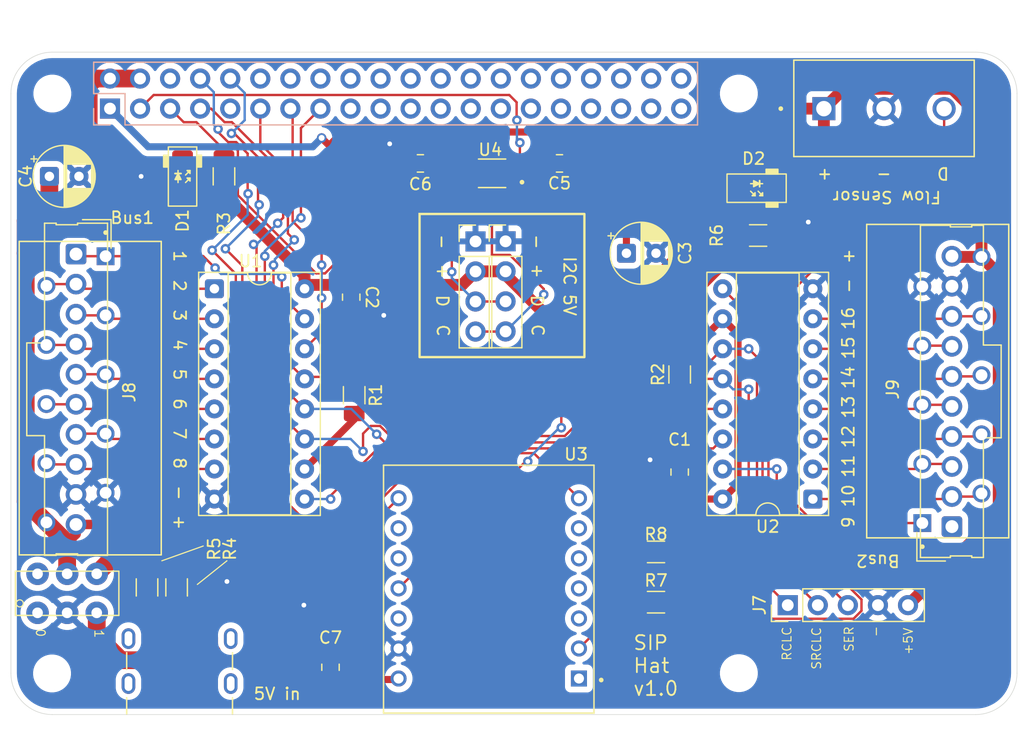
<source format=kicad_pcb>
(kicad_pcb (version 20241229) (generator "pcbnew") (generator_version "9.0")
  (layers (0 "F.Cu" signal) (2 "B.Cu" signal) (13 "F.Paste" user) (15 "B.Paste" user) (5 "F.SilkS" user "F.Silkscreen") (7 "B.SilkS" user "B.Silkscreen") (1 "F.Mask" user) (3 "B.Mask" user) (25 "Edge.Cuts" user))
  (net 0 "")
  (net 1 "+5VA")
  (net 2 "GND")
  (net 3 "+3.3VA")
  (net 32 "Net-(J2-Pin_7)")
  (net 33 "Net-(J2-Pin_2)")
  (net 34 "Net-(J2-Pin_6)")
  (net 35 "Net-(J2-Pin_3)")
  (net 36 "Net-(J2-Pin_5)")
  (net 37 "Net-(J2-Pin_8)")
  (net 38 "Net-(J2-Pin_4)")
  (net 39 "Net-(J2-Pin_1)")
  (net 40 "Net-(J3-Pin_2)")
  (net 41 "Net-(J3-Pin_3)")
  (net 42 "Net-(J3-Pin_6)")
  (net 43 "Net-(J3-Pin_5)")
  (net 44 "Net-(J3-Pin_4)")
  (net 45 "Net-(J3-Pin_1)")
  (net 46 "Net-(J3-Pin_7)")
  (net 47 "Net-(J3-Pin_8)")
  (net 50 "Net-(J1-GPIO3)")
  (net 51 "Net-(J1-GPIO2)")
  (net 52 "Net-(J1-Pin_11)")
  (net 53 "Net-(J1-Pin_13)")
  (net 54 "Net-(J1-Pin_15)")
  (net 55 "Net-(J1-Pin_7)")
  (net 56 "Net-(D1-A)")
  (net 57 "Net-(D2-A)")
  (net 58 "Net-(J4-Pin_3)")
  (net 63 "Net-(5v_in1-GND_A)")
  (net 66 "Net-(5v_in1-CC2)")
  (net 67 "Net-(5v_in1-VBUS_A)")
  (net 68 "Net-(5v_in1-CC1)")
  (net 69 "Net-(J4-Pin_4)")
  (net 70 "Net-(J6-Pin_3)")
  (net 71 "Net-(U2-~{OE})")
  (net 72 "Net-(U3-D10)")
  (net 73 "Net-(U1-QH')")
  (net 78 "Net-(J7-Pin_3)")
  (net 84 "Net-(J1-Pin_8)")
  (net 85 "Net-(J1-Pin_10)")
  (net 86 "Net-(U3-D1)")
  (footprint "Connector_PinHeader_2.54mm:PinHeader_2x20_P2.54mm_Vertical" (layer "F.Cu") (at 104.37 79.77 90)
    (property "Reference" "J1" (hide yes))
    (property "Value" "Raspberry Pi Header")
  )
  (footprint "Resistor_SMD:R_1206_3216Metric_Pad1.30x1.75mm_HandSolder" (layer "F.Cu") (at 150.5 117.25 180)
    (property "Reference" "R8")
    (property "Value" "3.3k")
  )
  (footprint "MountingHole:MountingHole_2.7mm_M2.5_ISO14580" (layer "F.Cu") (at 157.5 127.5)
    (property "Reference" "H3" (hide yes))
    (property "Value" "MountingHole" (hide yes))
  )
  (footprint "PCM_LED_SMD_Handsoldering_AKL:LED_1206_3216Metric_Pad1.42x1.75mm" (layer "F.Cu") (at 159 86.5 180)
    (property "Reference" "D2")
    (property "Value" "LED" (hide yes))
  )
  (footprint "Ians_Parts:AMPHENOL_10164359-00011LF" (layer "F.Cu") (at 110.25 127.53)
    (property "Reference" "5v_in1" (hide yes))
    (property "Value" "10164359-00011LF")
  )
  (footprint "Ians_Parts:MODULE_113991054" (layer "F.Cu") (at 136.37 120.3965 180)
    (property "Reference" "U3")
    (property "Value" "113991054")
  )
  (footprint "Package_DIP:DIP-16_W7.62mm_Socket" (layer "F.Cu") (at 163.75 112.78 180)
    (property "Reference" "U2")
    (property "Value" "74HC595")
  )
  (footprint "MountingHole:MountingHole_2.7mm_M2.5_ISO14580" (layer "F.Cu") (at 99.474874 127.525126)
    (property "Reference" "H4" (hide yes))
    (property "Value" "MountingHole" (hide yes))
  )
  (footprint "Resistor_SMD:R_1206_3216Metric_Pad1.30x1.75mm_HandSolder" (layer "F.Cu") (at 159.127 90.5)
    (property "Reference" "R6")
    (property "Value" "470")
  )
  (footprint "Ians_Parts:PHOENIX_1990083" (layer "F.Cu") (at 168.3 89.56 -90)
    (property "Reference" "J3" (hide yes))
    (property "Value" "Relay terminal 2")
  )
  (footprint "Capacitor_THT:CP_Radial_D5.0mm_P2.50mm" (layer "F.Cu") (at 99.25 85.5)
    (property "Reference" "C4")
    (property "Value" "10µF")
  )
  (footprint "Package_DIP:DIP-16_W7.62mm_Socket" (layer "F.Cu") (at 113.19 95)
    (property "Reference" "U1")
    (property "Value" "74HC595")
  )
  (footprint "Resistor_SMD:R_1206_3216Metric_Pad1.30x1.75mm_HandSolder" (layer "F.Cu") (at 125 104 -90)
    (property "Reference" "R1")
    (property "Value" "10k")
  )
  (footprint "Resistor_SMD:R_1206_3216Metric_Pad1.30x1.75mm_HandSolder" (layer "F.Cu") (at 152.5 102.25 90)
    (property "Reference" "R2")
    (property "Value" "10k")
  )
  (footprint "Resistor_SMD:R_1206_3216Metric_Pad1.30x1.75mm_HandSolder" (layer "F.Cu") (at 107.5 120.25 -90)
    (property "Reference" "R4")
    (property "Value" "5.1k")
  )
  (footprint "Connector_PinHeader_2.54mm:PinHeader_1x05_P2.54mm_Vertical" (layer "F.Cu") (at 161.63 121.75 90)
    (property "Reference" "J7")
    (property "Value" "Relay Header")
  )
  (footprint "Connector_Molex:Molex_SL_171971-0010_1x10_P2.54mm_Vertical" (layer "F.Cu") (at 175.5 115.11 90)
    (property "Reference" "J9")
    (property "Value" "Expansion")
  )
  (footprint "Capacitor_THT:CP_Radial_D5.0mm_P2.50mm" (layer "F.Cu") (at 148 92)
    (property "Reference" "C3")
    (property "Value" "10µF")
  )
  (footprint "MountingHole:MountingHole_2.7mm_M2.5_ISO14580" (layer "F.Cu") (at 99.5 78.5)
    (property "Reference" "H1" (hide yes))
    (property "Value" "MountingHole" (hide yes))
  )
  (footprint "Ians_Parts:DPDT Slide switch - CL-SB-22C-02" (layer "F.Cu") (at 98.25 119.1)
    (property "Reference" "SW1" (hide yes))
    (property "Value" "SW_Slide_DPDT")
  )
  (footprint "Capacitor_SMD:C_0805_2012Metric_Pad1.18x1.45mm_HandSolder" (layer "F.Cu") (at 142.345157 84.404749 180)
    (property "Reference" "C5")
    (property "Value" "0.1µF")
  )
  (footprint "Capacitor_SMD:C_0805_2012Metric_Pad1.18x1.45mm_HandSolder" (layer "F.Cu") (at 124.75 95.7125 90)
    (property "Reference" "C2")
    (property "Value" "0.1µF")
  )
  (footprint "Capacitor_SMD:C_0805_2012Metric_Pad1.18x1.45mm_HandSolder" (layer "F.Cu") (at 123 127 -90)
    (property "Reference" "C7")
    (property "Value" "0.1µF")
  )
  (footprint "Resistor_SMD:R_1206_3216Metric_Pad1.30x1.75mm_HandSolder" (layer "F.Cu") (at 150.5 121.5)
    (property "Reference" "R7")
    (property "Value" "2k")
  )
  (footprint "PCM_LED_SMD_Handsoldering_AKL:LED_1206_3216Metric_Pad1.42x1.75mm" (layer "F.Cu") (at 110.5 85.5125 -90)
    (property "Reference" "D1")
    (property "Value" "LED" (hide yes))
  )
  (footprint "Capacitor_SMD:C_0805_2012Metric_Pad1.18x1.45mm_HandSolder" (layer "F.Cu") (at 152.5 110.5 -90)
    (property "Reference" "C1")
    (property "Value" "0.1µF")
  )
  (footprint "Resistor_SMD:R_1206_3216Metric_Pad1.30x1.75mm_HandSolder" (layer "F.Cu") (at 110 120.25 -90)
    (property "Reference" "R5")
    (property "Value" "5.1k")
  )
  (footprint "Ians_Parts:PHOENIX_1729131" (layer "F.Cu") (at 162.1425 83.825)
    (property "Reference" "J6" (hide yes))
    (property "Value" "Screw_Terminal_01x03")
  )
  (footprint "Resistor_SMD:R_1206_3216Metric_Pad1.30x1.75mm_HandSolder" (layer "F.Cu") (at 114 85.5 -90)
    (property "Reference" "R3")
    (property "Value" "1.5k")
  )
  (footprint "Capacitor_SMD:C_0805_2012Metric_Pad1.18x1.45mm_HandSolder" (layer "F.Cu") (at 130.595157 84.404749)
    (property "Reference" "C6")
    (property "Value" "0.1µF")
  )
  (footprint "Connector_PinHeader_2.54mm:PinHeader_1x04_P2.54mm_Vertical" (layer "F.Cu") (at 137.79 90.99)
    (property "Reference" "J4" (hide yes))
    (property "Value" "I2C 5V 1")
  )
  (footprint "MountingHole:MountingHole_2.7mm_M2.5_ISO14580" (layer "F.Cu") (at 157.5 78.5)
    (property "Reference" "H2" (hide yes))
    (property "Value" "MountingHole" (hide yes))
  )
  (footprint "Ians_Parts:SOP50P310X90-8N" (layer "F.Cu") (at 136.652657 85.240842 180)
    (property "Reference" "U4")
    (property "Value" "LSF0102DCUR")
  )
  (footprint "Connector_PinHeader_2.54mm:PinHeader_1x04_P2.54mm_Vertical" (layer "F.Cu") (at 135.25 91)
    (property "Reference" "J5" (hide yes))
    (property "Value" "I2C 5V 2")
  )
  (footprint "Ians_Parts:PHOENIX_1990083" (layer "F.Cu") (at 108.7 117.5 90)
    (property "Reference" "J2" (hide yes))
    (property "Value" "Relay terminal 1")
  )
  (footprint "Connector_Molex:Molex_SL_171971-0010_1x10_P2.54mm_Vertical" (layer "F.Cu") (at 101.5 92.07 -90)
    (property "Reference" "J8")
    (property "Value" "Expansion")
  )
  (gr_line (start 112.25 116.75) (end 108.75 118) (stroke (width 0.1)) (layer "F.SilkS"))
  (gr_rect (start 130.525 88.68) (end 144.45 100.78) (stroke (width 0.2)) (fill no) (layer "F.SilkS"))
  (gr_line (start 114.25 118) (end 111.75 120) (stroke (width 0.1)) (layer "F.SilkS"))
  (gr_line (start 96 78.5) (end 96 127.5) (stroke (width 0.05)) (layer "Edge.Cuts"))
  (gr_arc (start 181 127.5) (mid 179.974874 129.974874) (end 177.5 131) (stroke (width 0.05)) (layer "Edge.Cuts"))
  (gr_arc (start 99.5 131) (mid 97.025126 129.974874) (end 96 127.5) (stroke (width 0.05)) (layer "Edge.Cuts"))
  (gr_arc (start 96 78.5) (mid 97.025126 76.025126) (end 99.5 75) (stroke (width 0.05)) (layer "Edge.Cuts"))
  (gr_line (start 99.5 131) (end 177.5 131) (stroke (width 0.05)) (layer "Edge.Cuts"))
  (gr_line (start 99.5 75) (end 177.5 75) (stroke (width 0.05)) (layer "Edge.Cuts"))
  (gr_arc (start 177.5 75) (mid 179.974874 76.025126) (end 181 78.5) (stroke (width 0.05)) (layer "Edge.Cuts"))
  (gr_line (start 181 78.5) (end 181 127.5) (stroke (width 0.05)) (layer "Edge.Cuts"))
  (gr_text "1" (at 110.25 92.25 270) (layer "F.SilkS") (effects (font (size 1 1))))
  (gr_text "Bus1" (at 106.25 89 0) (layer "F.SilkS") (effects (font (size 1 1))))
  (gr_text "+" (at 166.75 92.25 90) (layer "F.SilkS") (effects (font (size 1 1))))
  (gr_text "-" (at 132.45 91.03 270) (layer "F.SilkS") (effects (font (size 1 1))))
  (gr_text "-" (at 110.25 112.25 270) (layer "F.SilkS") (effects (font (size 1 1))))
  (gr_text "0" (at 99 124.5 90) (layer "F.SilkS") (effects (font (size 0.75 0.75) (thickness 0.09375)) (justify left bottom)))
  (gr_text "1" (at 103 123.75 270) (layer "F.SilkS") (effects (font (size 0.75 0.75) (thickness 0.09375)) (justify left bottom)))
  (gr_text "+" (at 132.5 93.53 270) (layer "F.SilkS") (effects (font (size 1 1))))
  (gr_text "11" (at 166.75 110 90) (layer "F.SilkS") (effects (font (size 1 1))))
  (gr_text "9" (at 166.75 114.75 90) (layer "F.SilkS") (effects (font (size 1 1))))
  (gr_text "7" (at 110.25 107.25 270) (layer "F.SilkS") (effects (font (size 1 1))))
  (gr_text "D" (at 140.45 96.03 270) (layer "F.SilkS") (effects (font (size 1 1))))
  (gr_text "6" (at 110.25 104.75 270) (layer "F.SilkS") (effects (font (size 1 1))))
  (gr_text "D" (at 174.75 85.25 180) (layer "F.SilkS") (effects (font (size 1 1))))
  (gr_text "+" (at 164.75 85.25 0) (layer "F.SilkS") (effects (font (size 1 1))))
  (gr_text "2" (at 110.25 94.75 270) (layer "F.SilkS") (effects (font (size 1 1))))
  (gr_text "RCLC" (at 162 126.5 90) (layer "F.SilkS") (effects (font (size 0.75 0.75) (thickness 0.09375)) (justify left bottom)))
  (gr_text "16" (at 166.75 97.5 90) (layer "F.SilkS") (effects (font (size 1 1))))
  (gr_text "+" (at 140.5 93.5 270) (layer "F.SilkS") (effects (font (size 1 1))))
  (gr_text "5" (at 110.25 102.25 270) (layer "F.SilkS") (effects (font (size 1 1))))
  (gr_text "8" (at 110.25 109.75 270) (layer "F.SilkS") (effects (font (size 1 1))))
  (gr_text "14" (at 166.75 102.5 90) (layer "F.SilkS") (effects (font (size 1 1))))
  (gr_text "5V in" (at 118.5 129.25 0) (layer "F.SilkS") (effects (font (size 1 1))))
  (gr_text "SER" (at 167.25 125.75 90) (layer "F.SilkS") (effects (font (size 0.75 0.75) (thickness 0.09375)) (justify left bottom)))
  (gr_text "SRCLC" (at 164.5 127.25 90) (layer "F.SilkS") (effects (font (size 0.75 0.75) (thickness 0.09375)) (justify left bottom)))
  (gr_text "C" (at 140.5 98.5 270) (layer "F.SilkS") (effects (font (size 1 1))))
  (gr_text "4" (at 110.25 99.75 270) (layer "F.SilkS") (effects (font (size 1 1))))
  (gr_text "Bus2" (at 169.25 118 180) (layer "F.SilkS") (effects (font (size 1 1))))
  (gr_text "SIP\nHat\nv1.0" (at 148.5 129.5 0) (layer "F.SilkS") (effects (font (size 1.2 1.2)) (justify left bottom)))
  (gr_text "12" (at 166.75 107.5 90) (layer "F.SilkS") (effects (font (size 1 1))))
  (gr_text "-" (at 140.45 91.03 270) (layer "F.SilkS") (effects (font (size 1 1))))
  (gr_text "C" (at 132.5 98.53 270) (layer "F.SilkS") (effects (font (size 1 1))))
  (gr_text "-" (at 166.75 94.75 90) (layer "F.SilkS") (effects (font (size 1 1))))
  (gr_text "-" (at 169.5 124.5 90) (layer "F.SilkS") (effects (font (size 0.75 0.75) (thickness 0.09375)) (justify left bottom)))
  (gr_text "I2C 5V" (at 143.2 94.78 270) (layer "F.SilkS") (effects (font (size 1 1))))
  (gr_text "15" (at 166.75 100 90) (layer "F.SilkS") (effects (font (size 1 1))))
  (gr_text "10" (at 166.75 112.5 90) (layer "F.SilkS") (effects (font (size 1 1))))
  (gr_text "3" (at 110.25 97.25 270) (layer "F.SilkS") (effects (font (size 1 1))))
  (gr_text "+" (at 110.25 114.75 270) (layer "F.SilkS") (effects (font (size 1 1))))
  (gr_text "-" (at 169.75 85.25 0) (layer "F.SilkS") (effects (font (size 1 1))))
  (gr_text "+5V" (at 172.25 126 90) (layer "F.SilkS") (effects (font (size 0.75 0.75) (thickness 0.09375)) (justify left bottom)))
  (gr_text "D" (at 132.45 96.03 270) (layer "F.SilkS") (effects (font (size 1 1))))
  (gr_text "13" (at 166.75 105 90) (layer "F.SilkS") (effects (font (size 1 1))))
  (gr_text "Flow Sensor" (at 170 87.25 180) (layer "F.SilkS") (effects (font (size 1 1))))
  (segment (start 104.37 87.25) (end 104.37 83.372) (width 1.5) (layer "F.Cu") (net 1))
  (segment (start 154.22 99.45) (end 153.75 99.45) (width 0.6) (layer "F.Cu") (net 1))
  (segment (start 102.569 81.571) (end 102.569 77.78) (width 1.5) (layer "F.Cu") (net 1))
  (segment (start 157.43 98.84) (end 157.43 111.48) (width 0.6) (layer "F.Cu") (net 1))
  (segment (start 126.376 100.257502) (end 123.524 97.405502) (width 0.6) (layer "F.Cu") (net 1))
  (segment (start 147.622735 97) (end 156.099 88.523735) (width 1) (layer "F.Cu") (net 1))
  (segment (start 135.247657 85.490842) (end 134.747657 85.990842) (width 0.2) (layer "F.Cu") (net 1))
  (segment (start 104.37 77.23) (end 106.91 77.23) (width 1.5) (layer "F.Cu") (net 1))
  (segment (start 119.076 116.076) (end 117.93 114.93) (width 0.8) (layer "F.Cu") (net 1))
  (segment (start 121.135 94.675) (end 120.81 95) (width 0.6) (layer "F.Cu") (net 1))
  (segment (start 103.707603 88.751) (end 100.499 88.751) (width 1.5) (layer "F.Cu") (net 1))
  (segment (start 123.524 97.405502) (end 123.524 95.901) (width 0.6) (layer "F.Cu") (net 1))
  (segment (start 156.099 88.523735) (end 156.099 85.474156) (width 1) (layer "F.Cu") (net 1))
  (segment (start 100.75 119.1) (end 100.75 116.5) (width 1.5) (layer "F.Cu") (net 1))
  (segment (start 105.599301 88.479301) (end 104.37 87.25) (width 1) (layer "F.Cu") (net 1))
  (segment (start 125 106.05) (end 125 105.55) (width 0.6) (layer "F.Cu") (net 1))
  (segment (start 124.75 94.675) (end 121.135 94.675) (width 1) (layer "F.Cu") (net 1))
  (segment (start 156.13 112.78) (end 153.7425 112.78) (width 0.6) (layer "F.Cu") (net 1))
  (segment (start 104.37 83.372) (end 102.569 81.571) (width 1.5) (layer "F.Cu") (net 1))
  (segment (start 133.21875 85.990842) (end 135.247657 85.990842) (width 0.6) (layer "F.Cu") (net 1))
  (segment (start 179.455 114.085) (end 171.79 121.75) (width 1) (layer "F.Cu") (net 1))
  (segment (start 140.975744 97) (end 147.622735 97) (width 1) (layer "F.Cu") (net 1))
  (segment (start 101.5 115.75) (end 100.75 116.5) (width 0.8) (layer "F.Cu") (net 1))
  (segment (start 131.863954 87.561046) (end 124.75 94.675) (width 0.6) (layer "F.Cu") (net 1))
  (segment (start 153.7425 112.78) (end 152.5 111.5375) (width 0.6) (layer "F.Cu") (net 1))
  (segment (start 99.25 87.25) (end 99.25 85.5) (width 1.5) (layer "F.Cu") (net 1))
  (segment (start 117.93 114.93) (end 101.5 114.93) (width 0.8) (layer "F.Cu") (net 1))
  (segment (start 178 80.562278) (end 178 92.31) (width 1) (layer "F.Cu") (net 1))
  (segment (start 178 92.31) (end 175.56 92.31) (width 1) (layer "F.Cu") (net 1))
  (segment (start 124.75 94.675) (end 134.115 94.675) (width 1) (layer "F.Cu") (net 1))
  (segment (start 104.37 77.23) (end 103.119 77.23) (width 1.5) (layer "F.Cu") (net 1))
  (segment (start 131.632657 84.404749) (end 133.21875 85.990842) (width 0.6) (layer "F.Cu") (net 1))
  (segment (start 97.25 92) (end 97.25 113) (width 1.5) (layer "F.Cu") (net 1))
  (segment (start 114 87.05) (end 120.81 93.86) (width 1) (layer "F.Cu") (net 1))
  (segment (start 164.6825 79.775) (end 166.3585 78.099) (width 1) (layer "F.Cu") (net 1))
  (segment (start 131.863954 84.636046) (end 131.863954 87.561046) (width 0.6) (layer "F.Cu") (net 1))
  (segment (start 123 128.0375) (end 128.6655 128.0375) (width 0.6) (layer "F.Cu") (net 1))
  (segment (start 123.524 95.901) (end 124.75 94.675) (width 0.6) (layer "F.Cu") (net 1))
  (segment (start 135.26 93.53) (end 135.25 93.54) (width 0.6) (layer "F.Cu") (net 1))
  (segment (start 137.79 93.53) (end 137.79 93.814256) (width 1) (layer "F.Cu") (net 1))
  (segment (start 178 92.31) (end 179.455 93.765) (width 1) (layer "F.Cu") (net 1))
  (segment (start 102.569 77.78) (end 103.119 77.23) (width 1.5) (layer "F.Cu") (net 1))
  (segment (start 175.536722 78.099) (end 178 80.562278) (width 1) (layer "F.Cu") (net 1))
  (segment (start 162.208256 92.076) (end 164.6825 89.601756) (width 1) (layer "F.Cu") (net 1))
  (segment (start 100.499 88.751) (end 97.25 92) (width 1.5) (layer "F.Cu") (net 1))
  (segment (start 114 87.05) (end 112.570699 88.479301) (width 1) (layer "F.Cu") (net 1))
  (segment (start 104.37 88.088603) (end 104.37 87.25) (width 1.5) (layer "F.Cu") (net 1))
  (segment (start 156.13 97.54) (end 157.43 98.84) (width 0.6) (layer "F.Cu") (net 1))
  (segment (start 152.5 100.7) (end 153.75 99.45) (width 1) (layer "F.Cu") (net 1))
  (segment (start 157.43 111.48) (end 156.13 112.78) (width 0.6) (layer "F.Cu") (net 1))
  (segment (start 100.75 116.5) (end 99 114.75) (width 1.5) (layer "F.Cu") (net 1))
  (segment (start 120.81 93.86) (end 120.81 95) (width 1) (layer "F.Cu") (net 1))
  (segment (start 156.13 97.54) (end 154.22 99.45) (width 0.6) (layer "F.Cu") (net 1))
  (segment (start 119.076 124.1135) (end 119.076 116.076) (width 0.8) (layer "F.Cu") (net 1))
  (segment (start 112.570699 88.479301) (end 105.599301 88.479301) (width 1) (layer "F.Cu") (net 1))
  (segment (start 137.79 93.814256) (end 140.975744 97) (width 1) (layer "F.Cu") (net 1))
  (segment (start 101.5 114.93) (end 101.5 115.75) (width 0.8) (layer "F.Cu") (net 1))
  (segment (start 166.3585 78.099) (end 175.536722 78.099) (width 1) (layer "F.Cu") (net 1))
  (segment (start 126.376 104.174) (end 126.376 100.257502) (width 0.6) (layer "F.Cu") (net 1))
  (segment (start 156.099 85.474156) (end 161.798156 79.775) (width 1) (layer "F.Cu") (net 1))
  (segment (start 97.25 113) (end 99 114.75) (width 1.5) (layer "F.Cu") (net 1))
  (segment (start 128.6655 128.0375) (end 128.75 127.953) (width 0.6) (layer "F.Cu") (net 1))
  (segment (start 153.75 95.257265) (end 156.931265 92.076) (width 1) (layer "F.Cu") (net 1))
  (segment (start 164.6825 89.601756) (end 164.6825 79.775) (width 1) (layer "F.Cu") (net 1))
  (segment (start 134.115 94.675) (end 135.25 93.54) (width 1) (layer "F.Cu") (net 1))
  (segment (start 156.931265 92.076) (end 162.208256 92.076) (width 1) (layer "F.Cu") (net 1))
  (segment (start 125 105.55) (end 126.376 104.174) (width 0.6) (layer "F.Cu") (net 1))
  (segment (start 153.75 99.45) (end 153.75 95.257265) (width 1) (layer "F.Cu") (net 1))
  (segment (start 97.25 89.25) (end 99.25 87.25) (width 1.5) (layer "F.Cu") (net 1))
  (segment (start 97.25 92) (end 97.25 89.25) (width 1.5) (layer "F.Cu") (net 1))
  (segment (start 120.81 110.24) (end 125 106.05) (width 0.6) (layer "F.Cu") (net 1))
  (segment (start 131.632657 84.404749) (end 131.863954 84.636046) (width 0.6) (layer "F.Cu") (net 1))
  (segment (start 179.455 93.765) (end 179.455 114.085) (width 1) (layer "F.Cu") (net 1))
  (segment (start 103.707603 88.751) (end 104.37 88.088603) (width 1.5) (layer "F.Cu") (net 1))
  (segment (start 175.56 92.31) (end 175.5 92.25) (width 1) (layer "F.Cu") (net 1))
  (segment (start 161.798156 79.775) (end 164.6825 79.775) (width 1) (layer "F.Cu") (net 1))
  (segment (start 137.79 93.53) (end 135.26 93.53) (width 1) (layer "F.Cu") (net 1))
  (segment (start 119.076 124.1135) (end 123 128.0375) (width 0.8) (layer "F.Cu") (net 1))
  (segment (start 138.192657 86.125842) (end 138.057657 85.990842) (width 0.2) (layer "F.Cu") (net 2))
  (segment (start 110 118.7) (end 113.2 118.7) (width 0.2) (layer "F.Cu") (net 2))
  (segment (start 123 124) (end 120.75 121.75) (width 0.2) (layer "F.Cu") (net 2))
  (segment (start 141.661564 86.125842) (end 138.192657 86.125842) (width 0.2) (layer "F.Cu") (net 2))
  (segment (start 138.057657 85.990842) (end 137.79 86.258499) (width 0.2) (layer "F.Cu") (net 2))
  (segment (start 128 82.75) (end 129.557657 84.307657) (width 0.2) (layer "F.Cu") (net 2))
  (segment (start 108.475 84.025) (end 107 85.5) (width 0.2) (layer "F.Cu") (net 2))
  (segment (start 150 115.2) (end 150 109.4625) (width 0.2) (layer "F.Cu") (net 2))
  (segment (start 152.05 117.25) (end 150 115.2) (width 0.2) (layer "F.Cu") (net 2))
  (segment (start 107.5 118.7) (end 110 118.7) (width 0.2) (layer "F.Cu") (net 2))
  (segment (start 129.557657 84.307657) (end 129.557657 84.404749) (width 0.2) (layer "F.Cu") (net 2))
  (segment (start 160.5 86.5) (end 160.4875 86.5) (width 0.2) (layer "F.Cu") (net 2))
  (segment (start 150 109.4625) (end 152.5 109.4625) (width 0.2) (layer "F.Cu") (net 2))
  (segment (start 137.79 86.258499) (end 137.79 90.99) (width 0.2) (layer "F.Cu") (net 2))
  (segment (start 113.2 118.7) (end 114.25 119.75) (width 0.2) (layer "F.Cu") (net 2))
  (segment (start 123 125.9625) (end 123 124) (width 0.2) (layer "F.Cu") (net 2))
  (segment (start 127 97.25) (end 126.5 96.75) (width 0.2) (layer "F.Cu") (net 2))
  (segment (start 127.5 97.25) (end 127 97.25) (width 0.2) (layer "F.Cu") (net 2))
  (segment (start 163.363603 89.363603) (end 160.5 86.5) (width 0.2) (layer "F.Cu") (net 2))
  (segment (start 143.382657 84.404749) (end 141.661564 86.125842) (width 0.2) (layer "F.Cu") (net 2))
  (segment (start 126.5 96.75) (end 124.75 96.75) (width 0.2) (layer "F.Cu") (net 2))
  (segment (start 110.5 84.025) (end 108.475 84.025) (width 0.2) (layer "F.Cu") (net 2))
  (via (at 163.363603 89.363603) (size 0.8) (drill 0.4) (layers "F.Cu" "B.Cu") (net 2))
  (via (at 127.5 97.25) (size 0.8) (drill 0.4) (layers "F.Cu" "B.Cu") (net 2))
  (via (at 150 109.4625) (size 0.8) (drill 0.4) (layers "F.Cu" "B.Cu") (net 2))
  (via (at 114.25 119.75) (size 0.8) (drill 0.4) (layers "F.Cu" "B.Cu") (net 2))
  (via (at 107 85.5) (size 0.8) (drill 0.4) (layers "F.Cu" "B.Cu") (net 2))
  (via (at 120.75 121.75) (size 0.8) (drill 0.4) (layers "F.Cu" "B.Cu") (net 2))
  (via (at 128 82.75) (size 0.8) (drill 0.4) (layers "F.Cu" "B.Cu") (net 2))
  (segment (start 141.332308 81.75) (end 142.647357 83.065049) (width 0.6) (layer "F.Cu") (net 3))
  (segment (start 148 92) (end 148 87.14059) (width 0.6) (layer "F.Cu") (net 3))
  (segment (start 122.886398 82.886398) (end 124.022796 81.75) (width 0.6) (layer "F.Cu") (net 3))
  (segment (start 124.022796 81.75) (end 141.332308 81.75) (width 0.6) (layer "F.Cu") (net 3))
  (segment (start 141.307657 84.404749) (end 140.953908 84.404749) (width 0.6) (layer "F.Cu") (net 3))
  (segment (start 148 87.14059) (end 143.924459 83.065049) (width 0.6) (layer "F.Cu") (net 3))
  (segment (start 141.307657 84.404749) (end 142.647357 83.065049) (width 0.6) (layer "F.Cu") (net 3))
  (segment (start 138.057657 85.490842) (end 138.942343 85.490842) (width 0.2) (layer "F.Cu") (net 3))
  (segment (start 139.867815 85.490842) (end 138.942343 85.490842) (width 0.6) (layer "F.Cu") (net 3))
  (segment (start 140.953908 84.404749) (end 139.867815 85.490842) (width 0.6) (layer "F.Cu") (net 3))
  (segment (start 122.886398 82.886398) (end 122.25 82.25) (width 0.6) (layer "F.Cu") (net 3))
  (segment (start 143.924459 83.065049) (end 142.647357 83.065049) (width 0.6) (layer "F.Cu") (net 3))
  (via (at 122.25 82.25) (size 0.8) (drill 0.5) (layers "F.Cu" "B.Cu") (net 3))
  (segment (start 107.6 83) (end 121.5 83) (width 0.6) (layer "B.Cu") (net 3))
  (segment (start 121.5 83) (end 122.25 82.25) (width 0.6) (layer "B.Cu") (net 3))
  (segment (start 104.37 79.77) (end 107.6 83) (width 0.6) (layer "B.Cu") (net 3))
  (segment (start 101.56 107.25) (end 101.5 107.31) (width 0.2) (layer "F.Cu") (net 32))
  (segment (start 104 107.25) (end 101.56 107.25) (width 0.2) (layer "F.Cu") (net 32))
  (segment (start 104.45 107.7) (end 104 107.25) (width 0.2) (layer "F.Cu") (net 32))
  (segment (start 113.19 107.7) (end 104.45 107.7) (width 0.2) (layer "F.Cu") (net 32))
  (segment (start 99.14 94.61) (end 99 94.75) (width 0.2) (layer "F.Cu") (net 33))
  (segment (start 101.89 95) (end 101.5 94.61) (width 0.2) (layer "F.Cu") (net 33))
  (segment (start 101.5 94.61) (end 99.14 94.61) (width 0.2) (layer "F.Cu") (net 33))
  (segment (start 113.19 95) (end 101.89 95) (width 0.2) (layer "F.Cu") (net 33))
  (segment (start 113.19 105.16) (end 101.89 105.16) (width 0.2) (layer "F.Cu") (net 34))
  (segment (start 99.02 104.77) (end 99 104.75) (width 0.2) (layer "F.Cu") (net 34))
  (segment (start 101.5 104.77) (end 99.02 104.77) (width 0.2) (layer "F.Cu") (net 34))
  (segment (start 101.89 105.16) (end 101.5 104.77) (width 0.2) (layer "F.Cu") (net 34))
  (segment (start 101.6 97.25) (end 101.5 97.15) (width 0.2) (layer "F.Cu") (net 35))
  (segment (start 104 97.25) (end 101.6 97.25) (width 0.2) (layer "F.Cu") (net 35))
  (segment (start 113.19 97.54) (end 104.29 97.54) (width 0.2) (layer "F.Cu") (net 35))
  (segment (start 104.29 97.54) (end 104 97.25) (width 0.2) (layer "F.Cu") (net 35))
  (segment (start 113.19 102.62) (end 104.37 102.62) (width 0.2) (layer "F.Cu") (net 36))
  (segment (start 104 102.25) (end 103.75 102.25) (width 0.2) (layer "F.Cu") (net 36))
  (segment (start 104.37 102.62) (end 104 102.25) (width 0.2) (layer "F.Cu") (net 36))
  (segment (start 103.75 102.25) (end 103.73 102.23) (width 0.2) (layer "F.Cu") (net 36))
  (segment (start 103.73 102.23) (end 101.5 102.23) (width 0.2) (layer "F.Cu") (net 36))
  (segment (start 101.5 109.85) (end 99.1 109.85) (width 0.2) (layer "F.Cu") (net 37))
  (segment (start 113.19 110.24) (end 101.89 110.24) (width 0.2) (layer "F.Cu") (net 37))
  (segment (start 99.1 109.85) (end 99 109.75) (width 0.2) (layer "F.Cu") (net 37))
  (segment (start 101.89 110.24) (end 101.5 109.85) (width 0.2) (layer "F.Cu") (net 37))
  (segment (start 113.19 100.08) (end 101.89 100.08) (width 0.2) (layer "F.Cu") (net 38))
  (segment (start 101.25 99.75) (end 99 99.75) (width 0.2) (layer "F.Cu") (net 38))
  (segment (start 101.89 100.08) (end 101.5 99.69) (width 0.2) (layer "F.Cu") (net 38))
  (segment (start 101.5 99.69) (end 101.31 99.69) (width 0.2) (layer "F.Cu") (net 38))
  (segment (start 101.31 99.69) (end 101.25 99.75) (width 0.2) (layer "F.Cu") (net 38))
  (segment (start 104 92.25) (end 112.25 92.25) (width 0.2) (layer "F.Cu") (net 39))
  (segment (start 101.68 92.25) (end 101.5 92.07) (width 0.2) (layer "F.Cu") (net 39))
  (segment (start 118.883372 95.613372) (end 120.81 97.54) (width 0.2) (layer "F.Cu") (net 39))
  (segment (start 112.25 92.25) (end 113.25 93.25) (width 0.2) (layer "F.Cu") (net 39))
  (segment (start 118.883372 94) (end 118.883372 95.613372) (width 0.2) (layer "F.Cu") (net 39))
  (segment (start 104 92.25) (end 101.68 92.25) (width 0.2) (layer "F.Cu") (net 39))
  (via (at 113.25 93.25) (size 0.8) (drill 0.4) (layers "F.Cu" "B.Cu") (net 39))
  (via (at 118.883372 94) (size 0.8) (drill 0.4) (layers "F.Cu" "B.Cu") (net 39))
  (segment (start 113.75 93.75) (end 113.25 93.25) (width 0.2) (layer "B.Cu") (net 39))
  (segment (start 118.883372 94) (end 118.633372 93.75) (width 0.2) (layer "B.Cu") (net 39))
  (segment (start 118.633372 93.75) (end 113.75 93.75) (width 0.2) (layer "B.Cu") (net 39))
  (segment (start 177.74 112.57) (end 178 112.31) (width 0.2) (layer "F.Cu") (net 40))
  (segment (start 175.29 112.78) (end 175.5 112.57) (width 0.2) (layer "F.Cu") (net 40))
  (segment (start 175.5 112.57) (end 177.74 112.57) (width 0.2) (layer "F.Cu") (net 40))
  (segment (start 163.75 112.78) (end 175.29 112.78) (width 0.2) (layer "F.Cu") (net 40))
  (segment (start 175.28 109.81) (end 175.5 110.03) (width 0.2) (layer "F.Cu") (net 41))
  (segment (start 172.57 110.24) (end 173 109.81) (width 0.2) (layer "F.Cu") (net 41))
  (segment (start 163.75 110.24) (end 172.57 110.24) (width 0.2) (layer "F.Cu") (net 41))
  (segment (start 173 109.81) (end 175.28 109.81) (width 0.2) (layer "F.Cu") (net 41))
  (segment (start 163.75 102.62) (end 175.29 102.62) (width 0.2) (layer "F.Cu") (net 42))
  (segment (start 175.29 102.62) (end 175.5 102.41) (width 0.2) (layer "F.Cu") (net 42))
  (segment (start 175.5 102.41) (end 177.9 102.41) (width 0.2) (layer "F.Cu") (net 42))
  (segment (start 177.9 102.41) (end 178 102.31) (width 0.2) (layer "F.Cu") (net 42))
  (segment (start 163.75 105.16) (end 172.65 105.16) (width 0.2) (layer "F.Cu") (net 43))
  (segment (start 173 104.81) (end 175.36 104.81) (width 0.2) (layer "F.Cu") (net 43))
  (segment (start 172.65 105.16) (end 173 104.81) (width 0.2) (layer "F.Cu") (net 43))
  (segment (start 175.36 104.81) (end 175.5 104.95) (width 0.2) (layer "F.Cu") (net 43))
  (segment (start 175.5 107.49) (end 177.82 107.49) (width 0.2) (layer "F.Cu") (net 44))
  (segment (start 163.75 107.7) (end 175.29 107.7) (width 0.2) (layer "F.Cu") (net 44))
  (segment (start 177.82 107.49) (end 178 107.31) (width 0.2) (layer "F.Cu") (net 44))
  (segment (start 175.29 107.7) (end 175.5 107.49) (width 0.2) (layer "F.Cu") (net 44))
  (segment (start 160.7 110.24) (end 160.7 111.61616) (width 0.2) (layer "F.Cu") (net 45))
  (segment (start 163.89384 114.81) (end 173 114.81) (width 0.2) (layer "F.Cu") (net 45))
  (segment (start 160.7 111.61616) (end 163.89384 114.81) (width 0.2) (layer "F.Cu") (net 45))
  (via (at 160.7 110.24) (size 0.8) (drill 0.4) (layers "F.Cu" "B.Cu") (net 45))
  (segment (start 160.7 110.24) (end 156.13 110.24) (width 0.2) (layer "B.Cu") (net 45))
  (segment (start 175.44 99.81) (end 175.5 99.87) (width 0.2) (layer "F.Cu") (net 46))
  (segment (start 163.75 100.08) (end 172.73 100.08) (width 0.2) (layer "F.Cu") (net 46))
  (segment (start 173 99.81) (end 175.44 99.81) (width 0.2) (layer "F.Cu") (net 46))
  (segment (start 172.73 100.08) (end 173 99.81) (width 0.2) (layer "F.Cu") (net 46))
  (segment (start 175.5 97.33) (end 177.98 97.33) (width 0.2) (layer "F.Cu") (net 47))
  (segment (start 163.75 97.54) (end 175.29 97.54) (width 0.2) (layer "F.Cu") (net 47))
  (segment (start 175.29 97.54) (end 175.5 97.33) (width 0.2) (layer "F.Cu") (net 47))
  (segment (start 177.98 97.33) (end 178 97.31) (width 0.2) (layer "F.Cu") (net 47))
  (segment (start 121.783785 93.701) (end 122.540364 93.701) (width 0.2) (layer "F.Cu") (net 50))
  (segment (start 130.446157 85.795207) (end 130.446157 83.694589) (width 0.2) (layer "F.Cu") (net 50))
  (segment (start 113.749 82.999) (end 114.86016 82.999) (width 0.2) (layer "F.Cu") (net 50))
  (segment (start 130.446157 83.694589) (end 130.761997 83.378749) (width 0.2) (layer "F.Cu") (net 50))
  (segment (start 122.540364 93.701) (end 130.446157 85.795207) (width 0.2) (layer "F.Cu") (net 50))
  (segment (start 136.945564 83.378749) (end 138.057657 84.490842) (width 0.2) (layer "F.Cu") (net 50))
  (segment (start 115.176 83.31484) (end 115.176 87.093214) (width 0.2) (layer "F.Cu") (net 50))
  (segment (start 110.601 80.921) (end 111.671 80.921) (width 0.2) (layer "F.Cu") (net 50))
  (segment (start 114.86016 82.999) (end 115.176 83.31484) (width 0.2) (layer "F.Cu") (net 50))
  (segment (start 109.45 79.77) (end 110.601 80.921) (width 0.2) (layer "F.Cu") (net 50))
  (segment (start 130.761997 83.378749) (end 136.945564 83.378749) (width 0.2) (layer "F.Cu") (net 50))
  (segment (start 111.671 80.921) (end 113.749 82.999) (width 0.2) (layer "F.Cu") (net 50))
  (segment (start 115.176 87.093214) (end 121.783785 93.701) (width 0.2) (layer "F.Cu") (net 50))
  (segment (start 138.10476 78.619) (end 138.723499 79.237739) (width 0.2) (layer "F.Cu") (net 51))
  (segment (start 139 84.650341) (end 138.723499 84.926842) (width 0.2) (layer "F.Cu") (net 51))
  (segment (start 138.723499 79.237739) (end 138.723499 80.723499) (width 0.2) (layer "F.Cu") (net 51))
  (segment (start 139 82.65) (end 139 84.650341) (width 0.2) (layer "F.Cu") (net 51))
  (segment (start 108.061 78.619) (end 138.10476 78.619) (width 0.2) (layer "F.Cu") (net 51))
  (segment (start 138.121657 84.926842) (end 138.057657 84.990842) (width 0.2) (layer "F.Cu") (net 51))
  (segment (start 138.723499 80.723499) (end 138.75 80.75) (width 0.2) (layer "F.Cu") (net 51))
  (segment (start 138.723499 84.926842) (end 138.121657 84.926842) (width 0.2) (layer "F.Cu") (net 51))
  (segment (start 106.91 79.77) (end 108.061 78.619) (width 0.2) (layer "F.Cu") (net 51))
  (via (at 138.75 80.75) (size 0.8) (drill 0.4) (layers "F.Cu" "B.Cu") (net 51))
  (via (at 139 82.65) (size 0.8) (drill 0.4) (layers "F.Cu" "B.Cu") (net 51))
  (segment (start 138.75 80.75) (end 138.75 82.4) (width 0.2) (layer "B.Cu") (net 51))
  (segment (start 138.75 82.4) (end 139 82.65) (width 0.2) (layer "B.Cu") (net 51))
  (segment (start 119.401 85.0839) (end 119.401 90.328264) (width 0.2) (layer "F.Cu") (net 52))
  (segment (start 117.07 79.77) (end 117.07 82.7529) (width 0.2) (layer "F.Cu") (net 52))
  (segment (start 120.98 102.45) (end 120.81 102.62) (width 0.2) (layer "F.Cu") (net 52))
  (segment (start 118.183372 93) (end 118.183372 99.993372) (width 0.2) (layer "F.Cu") (net 52))
  (segment (start 118.183372 99.993372) (end 120.81 102.62) (width 0.2) (layer "F.Cu") (net 52))
  (segment (start 125 102.45) (end 120.98 102.45) (width 0.2) (layer "F.Cu") (net 52))
  (segment (start 117.07 82.7529) (end 119.401 85.0839) (width 0.2) (layer "F.Cu") (net 52))
  (segment (start 119.401 90.328264) (end 119.939963 90.867227) (width 0.2) (layer "F.Cu") (net 52))
  (via (at 119.939963 90.867227) (size 0.8) (drill 0.4) (layers "F.Cu" "B.Cu") (net 52))
  (via (at 118.183372 93) (size 0.8) (drill 0.4) (layers "F.Cu" "B.Cu") (net 52))
  (segment (start 119.939963 90.867227) (end 118.301027 92.506163) (width 0.2) (layer "B.Cu") (net 52))
  (segment (start 118.301027 92.506163) (end 118.301027 92.882345) (width 0.2) (layer "B.Cu") (net 52))
  (segment (start 118.301027 92.882345) (end 118.183372 93) (width 0.2) (layer "B.Cu") (net 52))
  (segment (start 122.25 93) (end 122.25 91.74799) (width 0.2) (layer "F.Cu") (net 53))
  (segment (start 122.25 95.775) (end 122.25 98.64) (width 0.2) (layer "F.Cu") (net 53))
  (segment (start 122.25 98.64) (end 120.81 100.08) (width 0.2) (layer "F.Cu") (net 53))
  (segment (start 119.801 89.29899) (end 119.801 79.961) (width 0.2) (layer "F.Cu") (net 53))
  (segment (start 122.25 91.74799) (end 119.801 89.29899) (width 0.2) (layer "F.Cu") (net 53))
  (segment (start 119.801 79.961) (end 119.61 79.77) (width 0.2) (layer "F.Cu") (net 53))
  (via (at 122.25 93) (size 0.8) (drill 0.4) (layers "F.Cu" "B.Cu") (net 53))
  (via (at 122.25 95.775) (size 0.8) (drill 0.4) (layers "F.Cu" "B.Cu") (net 53))
  (segment (start 122.25 93) (end 122.25 95.775) (width 0.2) (layer "B.Cu") (net 53))
  (segment (start 122.15 79.77) (end 120.502 81.418) (width 0.2) (layer "F.Cu") (net 54))
  (segment (start 158.331 103.5) (end 158.331 118.451) (width 0.2) (layer "F.Cu") (net 54))
  (segment (start 120.502 81.418) (end 120.502 89.008626) (width 0.2) (layer "F.Cu") (net 54))
  (segment (start 127.591084 107.9925) (end 146.49634 107.9925) (width 0.2) (layer "F.Cu") (net 54))
  (segment (start 151.86884 102.62) (end 156.13 102.62) (width 0.2) (layer "F.Cu") (net 54))
  (segment (start 117.451 92.25) (end 117.451 101.801) (width 0.2) (layer "F.Cu") (net 54))
  (segment (start 117.451 101.801) (end 120.81 105.16) (width 0.2) (layer "F.Cu") (net 54))
  (segment (start 158.331 118.451) (end 161.63 121.75) (width 0.2) (layer "F.Cu") (net 54))
  (segment (start 146.49634 107.9925) (end 151.86884 102.62) (width 0.2) (layer "F.Cu") (net 54))
  (segment (start 126.898584 107.3) (end 127.591084 107.9925) (width 0.2) (layer "F.Cu") (net 54))
  (via (at 120.502 89.008626) (size 0.8) (drill 0.4) (layers "F.Cu" "B.Cu") (net 54))
  (via (at 117.451 92.25) (size 0.8) (drill 0.4) (layers "F.Cu" "B.Cu") (net 54))
  (via (at 126.898584 107.3) (size 0.8) (drill 0.4) (layers "F.Cu" "B.Cu") (net 54))
  (via (at 158.331 103.5) (size 0.8) (drill 0.4) (layers "F.Cu" "B.Cu") (net 54))
  (segment (start 120.267627 89.008626) (end 117.451 91.825253) (width 0.2) (layer "B.Cu") (net 54))
  (segment (start 120.502 89.008626) (end 120.267627 89.008626) (width 0.2) (layer "B.Cu") (net 54))
  (segment (start 158.331 103.5) (end 157.01 103.5) (width 0.2) (layer "B.Cu") (net 54))
  (segment (start 157.01 103.5) (end 156.13 102.62) (width 0.2) (layer "B.Cu") (net 54))
  (segment (start 124.758584 105.16) (end 126.898584 107.3) (width 0.2) (layer "B.Cu") (net 54))
  (segment (start 120.81 105.16) (end 124.758584 105.16) (width 0.2) (layer "B.Cu") (net 54))
  (segment (start 117.451 91.825253) (end 117.451 92.25) (width 0.2) (layer "B.Cu") (net 54))
  (segment (start 126.401 106.599) (end 125.75 107.25) (width 0.2) (layer "F.Cu") (net 55))
  (segment (start 125.75 107.25) (end 125.75 108.75) (width 0.2) (layer "F.Cu") (net 55))
  (segment (start 116.751 103.641) (end 116.751 91.501) (width 0.2) (layer "F.Cu") (net 55))
  (segment (start 118.536368 89.463632) (end 119 89) (width 0.2) (layer "F.Cu") (net 55))
  (segment (start 116.751 91.501) (end 116.5 91.25) (width 0.2) (layer "F.Cu") (net 55))
  (segment (start 111.99 79.77) (end 112.90224 79.77) (width 0.2) (layer "F.Cu") (net 55))
  (segment (start 112.90224 79.77) (end 114.05324 80.921) (width 0.2) (layer "F.Cu") (net 55))
  (segment (start 159.032 100.782) (end 159.032 116.612) (width 0.2) (layer "F.Cu") (net 55))
  (segment (start 127.188948 106.599) (end 126.401 106.599) (width 0.2) (layer "F.Cu") (net 55))
  (segment (start 128.040948 107.451) (end 127.188948 106.599) (width 0.2) (layer "F.Cu") (net 55))
  (segment (start 119 89) (end 119 85.25) (width 0.2) (layer "F.Cu") (net 55))
  (segment (start 148.590364 101.651) (end 142.790364 107.451) (width 0.2) (layer "F.Cu") (net 55))
  (segment (start 119 85.25) (end 114.671 80.921) (width 0.2) (layer "F.Cu") (net 55))
  (segment (start 158.33 100.08) (end 159.032 100.782) (width 0.2) (layer "F.Cu") (net 55))
  (segment (start 114.05324 80.921) (end 114.671 80.921) (width 0.2) (layer "F.Cu") (net 55))
  (segment (start 120.81 107.7) (end 116.751 103.641) (width 0.2) (layer "F.Cu") (net 55))
  (segment (start 154.559 101.651) (end 148.590364 101.651) (width 0.2) (layer "F.Cu") (net 55))
  (segment (start 159.032 116.612) (end 164.17 121.75) (width 0.2) (layer "F.Cu") (net 55))
  (segment (start 156.13 100.08) (end 154.559 101.651) (width 0.2) (layer "F.Cu") (net 55))
  (segment (start 142.790364 107.451) (end 128.040948 107.451) (width 0.2) (layer "F.Cu") (net 55))
  (via (at 158.33 100.08) (size 0.8) (drill 0.4) (layers "F.Cu" "B.Cu") (net 55))
  (via (at 118.536368 89.463632) (size 0.8) (drill 0.4) (layers "F.Cu" "B.Cu") (net 55))
  (via (at 125.75 108.75) (size 0.8) (drill 0.4) (layers "F.Cu" "B.Cu") (net 55))
  (via (at 116.5 91.25) (size 0.8) (drill 0.4) (layers "F.Cu" "B.Cu") (net 55))
  (segment (start 118.536368 89.463632) (end 116.75 91.25) (width 0.2) (layer "B.Cu") (net 55))
  (segment (start 158.241 100) (end 158.161 100.08) (width 0.2) (layer "B.Cu") (net 55))
  (segment (start 125.75 108.75) (end 124.7 107.7) (width 0.2) (layer "B.Cu") (net 55))
  (segment (start 158.33 100.08) (end 158.25 100) (width 0.2) (layer "B.Cu") (net 55))
  (segment (start 124.7 107.7) (end 120.81 107.7) (width 0.2) (layer "B.Cu") (net 55))
  (segment (start 116.75 91.25) (end 116.5 91.25) (width 0.2) (layer "B.Cu") (net 55))
  (segment (start 158.161 100.08) (end 156.13 100.08) (width 0.2) (layer "B.Cu") (net 55))
  (segment (start 158.25 100) (end 158.241 100) (width 0.2) (layer "B.Cu") (net 55))
  (segment (start 110.95 87) (end 114 83.95) (width 0.2) (layer "F.Cu") (net 56))
  (segment (start 110.5 87) (end 110.95 87) (width 0.2) (layer "F.Cu") (net 56))
  (segment (start 160.8 90.75) (end 160.8 89.7875) (width 0.2) (layer "F.Cu") (net 57))
  (segment (start 160.8 89.7875) (end 157.5125 86.5) (width 0.2) (layer "F.Cu") (net 57))
  (segment (start 133.247793 90.002207) (end 133.247793 93.575) (width 0.2) (layer "F.Cu") (net 58))
  (segment (start 136.108657 85.25) (end 136.108657 87.141343) (width 0.2) (layer "F.Cu") (net 58))
  (segment (start 135.25 96.08) (end 137.78 96.08) (width 0.2) (layer "F.Cu") (net 58))
  (segment (start 137.78 96.08) (end 137.79 96.07) (width 0.2) (layer "F.Cu") (net 58))
  (segment (start 136.108657 87.141343) (end 133.247793 90.002207) (width 0.2) (layer "F.Cu") (net 58))
  (segment (start 135.247657 84.990842) (end 135.849499 84.990842) (width 0.2) (layer "F.Cu") (net 58))
  (segment (start 135.849499 84.990842) (end 136.108657 85.25) (width 0.2) (layer "F.Cu") (net 58))
  (via (at 133.247793 93.575) (size 0.8) (drill 0.4) (layers "F.Cu" "B.Cu") (net 58))
  (segment (start 133.247793 94.077793) (end 135.25 96.08) (width 0.2) (layer "B.Cu") (net 58))
  (segment (start 133.247793 93.575) (end 133.247793 94.077793) (width 0.2) (layer "B.Cu") (net 58))
  (segment (start 112.25 126.406) (end 112.906 125.75) (width 1.5) (layer "F.Cu") (net 63))
  (segment (start 105.29791 126.406) (end 103.25 124.35809) (width 1.5) (layer "F.Cu") (net 63))
  (segment (start 103.25 124.35809) (end 103.25 122.4) (width 1.5) (layer "F.Cu") (net 63))
  (segment (start 112.906 125.75) (end 113 125.75) (width 1.5) (layer "F.Cu") (net 63))
  (segment (start 112.25 126.406) (end 105.29791 126.406) (width 1.5) (layer "F.Cu") (net 63))
  (segment (start 113 124.5) (end 113 125.75) (width 1) (layer "F.Cu") (net 63))
  (segment (start 110.75 122.55) (end 110.75 124.5) (width 0.2) (layer "F.Cu") (net 66))
  (segment (start 110 121.8) (end 110.75 122.55) (width 0.2) (layer "F.Cu") (net 66))
  (segment (start 116.874 121.101) (end 114.649 121.101) (width 1.5) (layer "F.Cu") (net 67))
  (segment (start 103.25 119.1) (end 105.251 117.099) (width 1.5) (layer "F.Cu") (net 67))
  (segment (start 114.649 121.101) (end 112.801 122.949) (width 1.5) (layer "F.Cu") (net 67))
  (segment (start 112.501 123.249) (end 112.801 122.949) (width 0.9) (layer "F.Cu") (net 67))
  (segment (start 117.725 119.225) (end 117.725 120.25) (width 1.5) (layer "F.Cu") (net 67))
  (segment (start 111.949 123.801) (end 111.949 123.249) (width 0.9) (layer "F.Cu") (net 67))
  (segment (start 111.77 123.98) (end 111.949 123.801) (width 0.9) (layer "F.Cu") (net 67))
  (segment (start 117.725 120.25) (end 116.874 121.101) (width 1.5) (layer "F.Cu") (net 67))
  (segment (start 111.949 123.249) (end 112.501 123.249) (width 0.9) (layer "F.Cu") (net 67))
  (segment (start 115.599 117.099) (end 117.725 119.225) (width 1.5) (layer "F.Cu") (net 67))
  (segment (start 111.77 124.5) (end 111.77 123.98) (width 0.9) (layer "F.Cu") (net 67))
  (segment (start 105.251 117.099) (end 115.599 117.099) (width 1.5) (layer "F.Cu") (net 67))
  (segment (start 109.75 124.05) (end 109.75 124.5) (width 0.2) (layer "F.Cu") (net 68))
  (segment (start 107.5 121.8) (end 109.75 124.05) (width 0.2) (layer "F.Cu") (net 68))
  (segment (start 135.247657 84.490842) (end 135.916599 84.490842) (width 0.2) (layer "F.Cu") (net 69))
  (segment (start 135.25 98.62) (end 137.78 98.62) (width 0.2) (layer "F.Cu") (net 69))
  (segment (start 136.639 85.213243) (end 136.639 92.141) (width 0.2) (layer "F.Cu") (net 69))
  (segment (start 138.141 92.141) (end 141.016397 95.016397) (width 0.2) (layer "F.Cu") (net 69))
  (segment (start 141.016397 95.016397) (end 141.016397 95.483603) (width 0.2) (layer "F.Cu") (net 69))
  (segment (start 137.78 98.62) (end 137.79 98.61) (width 0.2) (layer "F.Cu") (net 69))
  (segment (start 136.639 92.141) (end 138.141 92.141) (width 0.2) (layer "F.Cu") (net 69))
  (segment (start 135.916599 84.490842) (end 136.639 85.213243) (width 0.2) (layer "F.Cu") (net 69))
  (via (at 141.016397 95.483603) (size 0.8) (drill 0.4) (layers "F.Cu" "B.Cu") (net 69))
  (segment (start 141.016397 95.483603) (end 140.916397 95.483603) (width 0.2) (layer "B.Cu") (net 69))
  (segment (start 140.916397 95.483603) (end 137.79 98.61) (width 0.2) (layer "B.Cu") (net 69))
  (segment (start 167.861 121.27324) (end 167.861 122.22676) (width 0.2) (layer "F.Cu") (net 70))
  (segment (start 174.8425 82.35045) (end 160 97.19295) (width 0.2) (layer "F.Cu") (net 70))
  (segment (start 167.18676 122.901) (end 153.451 122.901) (width 0.2) (layer "F.Cu") (net 70))
  (segment (start 153.451 122.901) (end 152.05 121.5) (width 0.2) (layer "F.Cu") (net 70))
  (segment (start 160 113.41224) (end 167.861 121.27324) (width 0.2) (layer "F.Cu") (net 70))
  (segment (start 160 97.19295) (end 160 113.41224) (width 0.2) (layer "F.Cu") (net 70))
  (segment (start 174.8425 79.775) (end 174.8425 82.35045) (width 0.2) (layer "F.Cu") (net 70))
  (segment (start 167.861 122.22676) (end 167.18676 122.901) (width 0.2) (layer "F.Cu") (net 70))
  (segment (start 156.13 105.16) (end 153.86 105.16) (width 0.2) (layer "F.Cu") (net 71))
  (segment (start 153.86 105.16) (end 152.5 103.8) (width 0.2) (layer "F.Cu") (net 71))
  (segment (start 156.927 90.5) (end 142.5 104.927) (width 0.2) (layer "F.Cu") (net 72))
  (segment (start 142.5 104.927) (end 142.5 106.75) (width 0.2) (layer "F.Cu") (net 72))
  (segment (start 139.482 109.601) (end 128.75 120.333) (width 0.2) (layer "F.Cu") (net 72))
  (segment (start 139.6665 109.601) (end 139.482 109.601) (width 0.2) (layer "F.Cu") (net 72))
  (segment (start 157.577 90.5) (end 156.927 90.5) (width 0.2) (layer "F.Cu") (net 72))
  (via (at 142.5 106.75) (size 0.8) (drill 0.4) (layers "F.Cu" "B.Cu") (net 72))
  (via (at 139.6665 109.601) (size 0.8) (drill 0.4) (layers "F.Cu" "B.Cu") (net 72))
  (segment (start 139.6665 109.4165) (end 139.6665 109.601) (width 0.2) (layer "B.Cu") (net 72))
  (segment (start 142.333 106.75) (end 139.6665 109.4165) (width 0.2) (layer "B.Cu") (net 72))
  (segment (start 142.5 106.75) (end 142.333 106.75) (width 0.2) (layer "B.Cu") (net 72))
  (segment (start 127 108.5) (end 123.011 112.489) (width 0.2) (layer "F.Cu") (net 73))
  (segment (start 123.011 112.489) (end 123.011 112.78) (width 0.2) (layer "F.Cu") (net 73))
  (segment (start 156.13 107.7) (end 155.33 108.5) (width 0.2) (layer "F.Cu") (net 73))
  (segment (start 155.33 108.5) (end 127 108.5) (width 0.2) (layer "F.Cu") (net 73))
  (via (at 123.011 112.78) (size 0.8) (drill 0.4) (layers "F.Cu" "B.Cu") (net 73))
  (segment (start 123.011 112.78) (end 120.81 112.78) (width 0.2) (layer "B.Cu") (net 73))
  (segment (start 160.75 115.79) (end 166.71 121.75) (width 0.2) (layer "F.Cu") (net 78))
  (segment (start 160.75 114.72934) (end 160.75 115.79) (width 0.2) (layer "F.Cu") (net 78))
  (segment (start 159.5 98.37) (end 159.5 113.47934) (width 0.2) (layer "F.Cu") (net 78))
  (segment (start 159.5 113.47934) (end 160.75 114.72934) (width 0.2) (layer "F.Cu") (net 78))
  (segment (start 156.13 95) (end 159.5 98.37) (width 0.2) (layer "F.Cu") (net 78))
  (segment (start 116 86.927264) (end 116 83.57174) (width 0.2) (layer "F.Cu") (net 84))
  (segment (start 116.036368 86.963632) (end 116 86.927264) (width 0.2) (layer "F.Cu") (net 84))
  (segment (start 113 91.75) (end 115 93.75) (width 0.2) (layer "F.Cu") (net 84))
  (segment (start 115 109.5) (end 121 115.5) (width 0.2) (layer "F.Cu") (net 84))
  (segment (start 115.02626 82.598) (end 114.348 82.598) (width 0.2) (layer "F.Cu") (net 84))
  (segment (start 116 83.57174) (end 115.02626 82.598) (width 0.2) (layer "F.Cu") (net 84))
  (segment (start 121 115.5) (end 125.963 115.5) (width 0.2) (layer "F.Cu") (net 84))
  (segment (start 125.963 115.5) (end 128.75 112.713) (width 0.2) (layer "F.Cu") (net 84))
  (segment (start 115 93.75) (end 115 109.5) (width 0.2) (layer "F.Cu") (net 84))
  (segment (start 113.5 81.75) (end 113.5 81.5) (width 0.2) (layer "F.Cu") (net 84))
  (segment (start 114.348 82.598) (end 113.5 81.75) (width 0.2) (layer "F.Cu") (net 84))
  (via (at 113 91.75) (size 0.8) (drill 0.4) (layers "F.Cu" "B.Cu") (net 84))
  (via (at 113.5 81.5) (size 0.8) (drill 0.4) (layers "F.Cu" "B.Cu") (net 84))
  (via (at 116.036368 86.963632) (size 0.8) (drill 0.4) (layers "F.Cu" "B.Cu") (net 84))
  (segment (start 113.141 81.141) (end 113.5 81.5) (width 0.2) (layer "B.Cu") (net 84))
  (segment (start 116 87) (end 116 88.75) (width 0.2) (layer "B.Cu") (net 84))
  (segment (start 111.99 77.23) (end 113.141 78.381) (width 0.2) (layer "B.Cu") (net 84))
  (segment (start 116 88.75) (end 113 91.75) (width 0.2) (layer "B.Cu") (net 84))
  (segment (start 116.036368 86.963632) (end 116 87) (width 0.2) (layer "B.Cu") (net 84))
  (segment (start 113.141 78.381) (end 113.141 81.141) (width 0.2) (layer "B.Cu") (net 84))
  (segment (start 116.874293 87.801556) (end 116.874293 83.878933) (width 0.2) (layer "F.Cu") (net 85))
  (segment (start 140.178 108.901) (end 131.17607 108.901) (width 0.2) (layer "F.Cu") (net 85))
  (segment (start 143.99 112.713) (end 140.178 108.901) (width 0.2) (layer "F.Cu") (net 85))
  (segment (start 116.874293 83.878933) (end 114.865335 81.869975) (width 0.2) (layer "F.Cu") (net 85))
  (segment (start 124.97807 115.099) (end 121.349 115.099) (width 0.2) (layer "F.Cu") (net 85))
  (segment (start 114.865335 81.869975) (end 114.630025 81.869975) (width 0.2) (layer "F.Cu") (net 85))
  (segment (start 116.973515 87.900778) (end 116.874293 87.801556) (width 0.2) (layer "F.Cu") (net 85))
  (segment (start 115.549 93.049) (end 114.119975 91.619975) (width 0.2) (layer "F.Cu") (net 85))
  (segment (start 115.549 109.299) (end 115.549 93.049) (width 0.2) (layer "F.Cu") (net 85))
  (segment (start 121.349 115.099) (end 115.549 109.299) (width 0.2) (layer "F.Cu") (net 85))
  (segment (start 131.17607 108.901) (end 124.97807 115.099) (width 0.2) (layer "F.Cu") (net 85))
  (via (at 114.630025 81.869975) (size 0.8) (drill 0.4) (layers "F.Cu" "B.Cu") (net 85))
  (via (at 116.973515 87.900778) (size 0.8) (drill 0.4) (layers "F.Cu" "B.Cu") (net 85))
  (via (at 114.119975 91.619975) (size 0.8) (drill 0.4) (layers "F.Cu" "B.Cu") (net 85))
  (segment (start 115.75 80.75) (end 114.630025 81.869975) (width 0.2) (layer "B.Cu") (net 85))
  (segment (start 116.874293 88) (end 116.874293 88.865657) (width 0.2) (layer "B.Cu") (net 85))
  (segment (start 116.973515 87.900778) (end 116.874293 88) (width 0.2) (layer "B.Cu") (net 85))
  (segment (start 114.53 77.23) (end 115.75 78.45) (width 0.2) (layer "B.Cu") (net 85))
  (segment (start 116.874293 88.865657) (end 114.119975 91.619975) (width 0.2) (layer "B.Cu") (net 85))
  (segment (start 115.75 78.45) (end 115.75 80.75) (width 0.2) (layer "B.Cu") (net 85))
  (segment (start 148.95 121.5) (end 147.903 121.5) (width 0.2) (layer "F.Cu") (net 86))
  (segment (start 147.903 121.5) (end 143.99 125.413) (width 0.2) (layer "F.Cu") (net 86))
  (segment (start 148.95 117.25) (end 148.95 121.5) (width 0.2) (layer "F.Cu") (net 86))
  (zone (net 2) (net_name "GND") (layer "B.Cu") (name "copper_fill") (connect_pads (clearance 0.5)) (min_thickness 0.25) (fill yes (thermal_gap 0.5) (thermal_bridge_width 0.5))
    (polygon (pts (xy 96 75) (xy 181 75) (xy 181 131) (xy 96 131)))
  )
)
</source>
